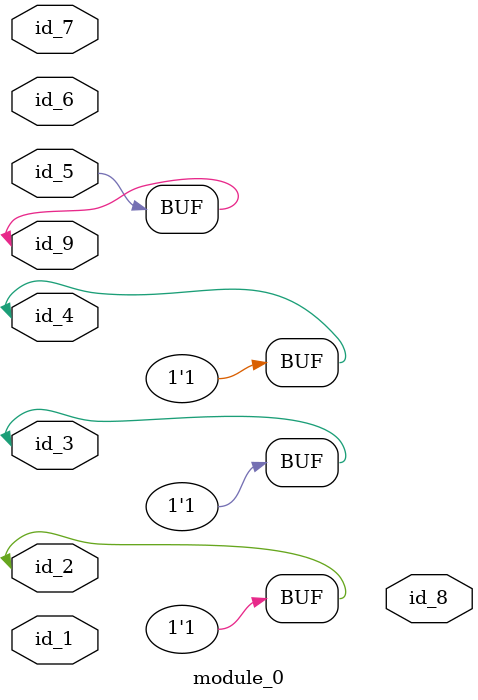
<source format=v>
`timescale 1ps / 1ps
module module_0 (
    id_1,
    id_2,
    id_3,
    id_4,
    id_5,
    id_6,
    id_7,
    id_8,
    id_9
);
  inout id_9;
  output id_8;
  input id_7;
  input id_6;
  input id_5;
  inout id_4;
  inout id_3;
  inout id_2;
  input id_1;
  always @(1) begin
    id_3 <= 1;
    id_4 <= 1;
    id_2 <= 1;
    id_9 = id_5;
  end
endmodule

</source>
